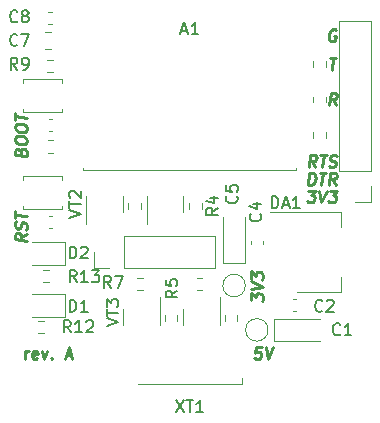
<source format=gto>
%TF.GenerationSoftware,KiCad,Pcbnew,(6.0.0)*%
%TF.CreationDate,2022-09-20T12:46:11+03:00*%
%TF.ProjectId,Haier_module,48616965-725f-46d6-9f64-756c652e6b69,rev?*%
%TF.SameCoordinates,Original*%
%TF.FileFunction,Legend,Top*%
%TF.FilePolarity,Positive*%
%FSLAX46Y46*%
G04 Gerber Fmt 4.6, Leading zero omitted, Abs format (unit mm)*
G04 Created by KiCad (PCBNEW (6.0.0)) date 2022-09-20 12:46:11*
%MOMM*%
%LPD*%
G01*
G04 APERTURE LIST*
%ADD10C,0.250000*%
%ADD11C,0.150000*%
%ADD12C,0.120000*%
G04 APERTURE END LIST*
D10*
X112131518Y-103702380D02*
X111857708Y-103226190D01*
X111560089Y-103702380D02*
X111685089Y-102702380D01*
X112066042Y-102702380D01*
X112155327Y-102750000D01*
X112196994Y-102797619D01*
X112232708Y-102892857D01*
X112214851Y-103035714D01*
X112155327Y-103130952D01*
X112101756Y-103178571D01*
X112000565Y-103226190D01*
X111619613Y-103226190D01*
X112542232Y-102702380D02*
X113113661Y-102702380D01*
X112702946Y-103702380D02*
X112827946Y-102702380D01*
X113280327Y-103654761D02*
X113417232Y-103702380D01*
X113655327Y-103702380D01*
X113756518Y-103654761D01*
X113810089Y-103607142D01*
X113869613Y-103511904D01*
X113881518Y-103416666D01*
X113845804Y-103321428D01*
X113804137Y-103273809D01*
X113714851Y-103226190D01*
X113530327Y-103178571D01*
X113441042Y-103130952D01*
X113399375Y-103083333D01*
X113363661Y-102988095D01*
X113375565Y-102892857D01*
X113435089Y-102797619D01*
X113488661Y-102750000D01*
X113589851Y-102702380D01*
X113827946Y-102702380D01*
X113964851Y-102750000D01*
X113886279Y-92100000D02*
X113796994Y-92052380D01*
X113654136Y-92052380D01*
X113505327Y-92100000D01*
X113398184Y-92195238D01*
X113338660Y-92290476D01*
X113267232Y-92480952D01*
X113249375Y-92623809D01*
X113273184Y-92814285D01*
X113308898Y-92909523D01*
X113392232Y-93004761D01*
X113529136Y-93052380D01*
X113624375Y-93052380D01*
X113773184Y-93004761D01*
X113826755Y-92957142D01*
X113868422Y-92623809D01*
X113677946Y-92623809D01*
X113869613Y-98452380D02*
X113595803Y-97976190D01*
X113298184Y-98452380D02*
X113423184Y-97452380D01*
X113804137Y-97452380D01*
X113893422Y-97500000D01*
X113935089Y-97547619D01*
X113970803Y-97642857D01*
X113952946Y-97785714D01*
X113893422Y-97880952D01*
X113839851Y-97928571D01*
X113738660Y-97976190D01*
X113357708Y-97976190D01*
X107589851Y-118952380D02*
X107113660Y-118952380D01*
X107006517Y-119428571D01*
X107060089Y-119380952D01*
X107161279Y-119333333D01*
X107399375Y-119333333D01*
X107488660Y-119380952D01*
X107530327Y-119428571D01*
X107566041Y-119523809D01*
X107536279Y-119761904D01*
X107476755Y-119857142D01*
X107423184Y-119904761D01*
X107321994Y-119952380D01*
X107083898Y-119952380D01*
X106994613Y-119904761D01*
X106952946Y-119857142D01*
X107923184Y-118952380D02*
X108131517Y-119952380D01*
X108589851Y-118952380D01*
X111512470Y-105202380D02*
X111637470Y-104202380D01*
X111875565Y-104202380D01*
X112012470Y-104250000D01*
X112095803Y-104345238D01*
X112131517Y-104440476D01*
X112155327Y-104630952D01*
X112137470Y-104773809D01*
X112066041Y-104964285D01*
X112006517Y-105059523D01*
X111899375Y-105154761D01*
X111750565Y-105202380D01*
X111512470Y-105202380D01*
X112494613Y-104202380D02*
X113066041Y-104202380D01*
X112655327Y-105202380D02*
X112780327Y-104202380D01*
X113845803Y-105202380D02*
X113571994Y-104726190D01*
X113274375Y-105202380D02*
X113399375Y-104202380D01*
X113780327Y-104202380D01*
X113869613Y-104250000D01*
X113911279Y-104297619D01*
X113946994Y-104392857D01*
X113929136Y-104535714D01*
X113869613Y-104630952D01*
X113816041Y-104678571D01*
X113714851Y-104726190D01*
X113333898Y-104726190D01*
X87178571Y-102386339D02*
X87226190Y-102249434D01*
X87273809Y-102207767D01*
X87369047Y-102172053D01*
X87511904Y-102189910D01*
X87607142Y-102249434D01*
X87654761Y-102303005D01*
X87702380Y-102404196D01*
X87702380Y-102785148D01*
X86702380Y-102660148D01*
X86702380Y-102326815D01*
X86750000Y-102237529D01*
X86797619Y-102195863D01*
X86892857Y-102160148D01*
X86988095Y-102172053D01*
X87083333Y-102231577D01*
X87130952Y-102285148D01*
X87178571Y-102386339D01*
X87178571Y-102719672D01*
X86702380Y-101469672D02*
X86702380Y-101279196D01*
X86750000Y-101189910D01*
X86845238Y-101106577D01*
X87035714Y-101082767D01*
X87369047Y-101124434D01*
X87559523Y-101195863D01*
X87654761Y-101303005D01*
X87702380Y-101404196D01*
X87702380Y-101594672D01*
X87654761Y-101683958D01*
X87559523Y-101767291D01*
X87369047Y-101791101D01*
X87035714Y-101749434D01*
X86845238Y-101678005D01*
X86750000Y-101570863D01*
X86702380Y-101469672D01*
X86702380Y-100422053D02*
X86702380Y-100231577D01*
X86750000Y-100142291D01*
X86845238Y-100058958D01*
X87035714Y-100035148D01*
X87369047Y-100076815D01*
X87559523Y-100148244D01*
X87654761Y-100255386D01*
X87702380Y-100356577D01*
X87702380Y-100547053D01*
X87654761Y-100636339D01*
X87559523Y-100719672D01*
X87369047Y-100743482D01*
X87035714Y-100701815D01*
X86845238Y-100630386D01*
X86750000Y-100523244D01*
X86702380Y-100422053D01*
X86702380Y-99707767D02*
X86702380Y-99136339D01*
X87702380Y-99547053D02*
X86702380Y-99422053D01*
X106702380Y-114957767D02*
X106702380Y-114338720D01*
X107083333Y-114719672D01*
X107083333Y-114576815D01*
X107130952Y-114487529D01*
X107178571Y-114445863D01*
X107273809Y-114410148D01*
X107511904Y-114439910D01*
X107607142Y-114499434D01*
X107654761Y-114553005D01*
X107702380Y-114654196D01*
X107702380Y-114939910D01*
X107654761Y-115029196D01*
X107607142Y-115070863D01*
X106702380Y-114053005D02*
X107702380Y-113844672D01*
X106702380Y-113386339D01*
X106702380Y-113148244D02*
X106702380Y-112529196D01*
X107083333Y-112910148D01*
X107083333Y-112767291D01*
X107130952Y-112678005D01*
X107178571Y-112636339D01*
X107273809Y-112600625D01*
X107511904Y-112630386D01*
X107607142Y-112689910D01*
X107654761Y-112743482D01*
X107702380Y-112844672D01*
X107702380Y-113130386D01*
X107654761Y-113219672D01*
X107607142Y-113261339D01*
X113344613Y-94452380D02*
X113916041Y-94452380D01*
X113505327Y-95452380D02*
X113630327Y-94452380D01*
X111542232Y-105702380D02*
X112161279Y-105702380D01*
X111780327Y-106083333D01*
X111923184Y-106083333D01*
X112012470Y-106130952D01*
X112054136Y-106178571D01*
X112089851Y-106273809D01*
X112060089Y-106511904D01*
X112000565Y-106607142D01*
X111946994Y-106654761D01*
X111845803Y-106702380D01*
X111560089Y-106702380D01*
X111470803Y-106654761D01*
X111429136Y-106607142D01*
X112446994Y-105702380D02*
X112655327Y-106702380D01*
X113113660Y-105702380D01*
X113351755Y-105702380D02*
X113970803Y-105702380D01*
X113589851Y-106083333D01*
X113732708Y-106083333D01*
X113821994Y-106130952D01*
X113863660Y-106178571D01*
X113899375Y-106273809D01*
X113869613Y-106511904D01*
X113810089Y-106607142D01*
X113756517Y-106654761D01*
X113655327Y-106702380D01*
X113369613Y-106702380D01*
X113280327Y-106654761D01*
X113238660Y-106607142D01*
X87571428Y-119952380D02*
X87571428Y-119285714D01*
X87571428Y-119476190D02*
X87619047Y-119380952D01*
X87666666Y-119333333D01*
X87761904Y-119285714D01*
X87857142Y-119285714D01*
X88571428Y-119904761D02*
X88476190Y-119952380D01*
X88285714Y-119952380D01*
X88190476Y-119904761D01*
X88142857Y-119809523D01*
X88142857Y-119428571D01*
X88190476Y-119333333D01*
X88285714Y-119285714D01*
X88476190Y-119285714D01*
X88571428Y-119333333D01*
X88619047Y-119428571D01*
X88619047Y-119523809D01*
X88142857Y-119619047D01*
X88952380Y-119285714D02*
X89190476Y-119952380D01*
X89428571Y-119285714D01*
X89809523Y-119857142D02*
X89857142Y-119904761D01*
X89809523Y-119952380D01*
X89761904Y-119904761D01*
X89809523Y-119857142D01*
X89809523Y-119952380D01*
X91000000Y-119666666D02*
X91476190Y-119666666D01*
X90904761Y-119952380D02*
X91238095Y-118952380D01*
X91571428Y-119952380D01*
X87702380Y-109392291D02*
X87226190Y-109666101D01*
X87702380Y-109963720D02*
X86702380Y-109838720D01*
X86702380Y-109457767D01*
X86750000Y-109368482D01*
X86797619Y-109326815D01*
X86892857Y-109291101D01*
X87035714Y-109308958D01*
X87130952Y-109368482D01*
X87178571Y-109422053D01*
X87226190Y-109523244D01*
X87226190Y-109904196D01*
X87654761Y-109005386D02*
X87702380Y-108868482D01*
X87702380Y-108630386D01*
X87654761Y-108529196D01*
X87607142Y-108475625D01*
X87511904Y-108416101D01*
X87416666Y-108404196D01*
X87321428Y-108439910D01*
X87273809Y-108481577D01*
X87226190Y-108570863D01*
X87178571Y-108755386D01*
X87130952Y-108844672D01*
X87083333Y-108886339D01*
X86988095Y-108922053D01*
X86892857Y-108910148D01*
X86797619Y-108850625D01*
X86750000Y-108797053D01*
X86702380Y-108695863D01*
X86702380Y-108457767D01*
X86750000Y-108320863D01*
X86702380Y-108029196D02*
X86702380Y-107457767D01*
X87702380Y-107868482D02*
X86702380Y-107743482D01*
D11*
%TO.C,C7*%
X86896933Y-93357142D02*
X86849314Y-93404761D01*
X86706457Y-93452380D01*
X86611219Y-93452380D01*
X86468361Y-93404761D01*
X86373123Y-93309523D01*
X86325504Y-93214285D01*
X86277885Y-93023809D01*
X86277885Y-92880952D01*
X86325504Y-92690476D01*
X86373123Y-92595238D01*
X86468361Y-92500000D01*
X86611219Y-92452380D01*
X86706457Y-92452380D01*
X86849314Y-92500000D01*
X86896933Y-92547619D01*
X87230266Y-92452380D02*
X87896933Y-92452380D01*
X87468361Y-93452380D01*
%TO.C,R12*%
X91420742Y-117702380D02*
X91087409Y-117226190D01*
X90849314Y-117702380D02*
X90849314Y-116702380D01*
X91230266Y-116702380D01*
X91325504Y-116750000D01*
X91373123Y-116797619D01*
X91420742Y-116892857D01*
X91420742Y-117035714D01*
X91373123Y-117130952D01*
X91325504Y-117178571D01*
X91230266Y-117226190D01*
X90849314Y-117226190D01*
X92373123Y-117702380D02*
X91801695Y-117702380D01*
X92087409Y-117702380D02*
X92087409Y-116702380D01*
X91992171Y-116845238D01*
X91896933Y-116940476D01*
X91801695Y-116988095D01*
X92754076Y-116797619D02*
X92801695Y-116750000D01*
X92896933Y-116702380D01*
X93135028Y-116702380D01*
X93230266Y-116750000D01*
X93277885Y-116797619D01*
X93325504Y-116892857D01*
X93325504Y-116988095D01*
X93277885Y-117130952D01*
X92706457Y-117702380D01*
X93325504Y-117702380D01*
%TO.C,R4*%
X103882380Y-107166666D02*
X103406190Y-107500000D01*
X103882380Y-107738095D02*
X102882380Y-107738095D01*
X102882380Y-107357142D01*
X102930000Y-107261904D01*
X102977619Y-107214285D01*
X103072857Y-107166666D01*
X103215714Y-107166666D01*
X103310952Y-107214285D01*
X103358571Y-107261904D01*
X103406190Y-107357142D01*
X103406190Y-107738095D01*
X103215714Y-106309523D02*
X103882380Y-106309523D01*
X102834761Y-106547619D02*
X103549047Y-106785714D01*
X103549047Y-106166666D01*
%TO.C,XT1*%
X100309523Y-123452380D02*
X100976190Y-124452380D01*
X100976190Y-123452380D02*
X100309523Y-124452380D01*
X101214285Y-123452380D02*
X101785714Y-123452380D01*
X101500000Y-124452380D02*
X101500000Y-123452380D01*
X102642857Y-124452380D02*
X102071428Y-124452380D01*
X102357142Y-124452380D02*
X102357142Y-123452380D01*
X102261904Y-123595238D01*
X102166666Y-123690476D01*
X102071428Y-123738095D01*
%TO.C,C1*%
X114233333Y-117857142D02*
X114185714Y-117904761D01*
X114042857Y-117952380D01*
X113947619Y-117952380D01*
X113804761Y-117904761D01*
X113709523Y-117809523D01*
X113661904Y-117714285D01*
X113614285Y-117523809D01*
X113614285Y-117380952D01*
X113661904Y-117190476D01*
X113709523Y-117095238D01*
X113804761Y-117000000D01*
X113947619Y-116952380D01*
X114042857Y-116952380D01*
X114185714Y-117000000D01*
X114233333Y-117047619D01*
X115185714Y-117952380D02*
X114614285Y-117952380D01*
X114900000Y-117952380D02*
X114900000Y-116952380D01*
X114804761Y-117095238D01*
X114709523Y-117190476D01*
X114614285Y-117238095D01*
%TO.C,R9*%
X86896933Y-95452380D02*
X86563600Y-94976190D01*
X86325504Y-95452380D02*
X86325504Y-94452380D01*
X86706457Y-94452380D01*
X86801695Y-94500000D01*
X86849314Y-94547619D01*
X86896933Y-94642857D01*
X86896933Y-94785714D01*
X86849314Y-94880952D01*
X86801695Y-94928571D01*
X86706457Y-94976190D01*
X86325504Y-94976190D01*
X87373123Y-95452380D02*
X87563600Y-95452380D01*
X87658838Y-95404761D01*
X87706457Y-95357142D01*
X87801695Y-95214285D01*
X87849314Y-95023809D01*
X87849314Y-94642857D01*
X87801695Y-94547619D01*
X87754076Y-94500000D01*
X87658838Y-94452380D01*
X87468361Y-94452380D01*
X87373123Y-94500000D01*
X87325504Y-94547619D01*
X87277885Y-94642857D01*
X87277885Y-94880952D01*
X87325504Y-94976190D01*
X87373123Y-95023809D01*
X87468361Y-95071428D01*
X87658838Y-95071428D01*
X87754076Y-95023809D01*
X87801695Y-94976190D01*
X87849314Y-94880952D01*
%TO.C,DA1*%
X108440440Y-107202380D02*
X108440440Y-106202380D01*
X108678535Y-106202380D01*
X108821392Y-106250000D01*
X108916630Y-106345238D01*
X108964249Y-106440476D01*
X109011868Y-106630952D01*
X109011868Y-106773809D01*
X108964249Y-106964285D01*
X108916630Y-107059523D01*
X108821392Y-107154761D01*
X108678535Y-107202380D01*
X108440440Y-107202380D01*
X109392821Y-106916666D02*
X109869011Y-106916666D01*
X109297583Y-107202380D02*
X109630916Y-106202380D01*
X109964249Y-107202380D01*
X110821392Y-107202380D02*
X110249964Y-107202380D01*
X110535678Y-107202380D02*
X110535678Y-106202380D01*
X110440440Y-106345238D01*
X110345202Y-106440476D01*
X110249964Y-106488095D01*
%TO.C,D1*%
X91325504Y-115952380D02*
X91325504Y-114952380D01*
X91563600Y-114952380D01*
X91706457Y-115000000D01*
X91801695Y-115095238D01*
X91849314Y-115190476D01*
X91896933Y-115380952D01*
X91896933Y-115523809D01*
X91849314Y-115714285D01*
X91801695Y-115809523D01*
X91706457Y-115904761D01*
X91563600Y-115952380D01*
X91325504Y-115952380D01*
X92849314Y-115952380D02*
X92277885Y-115952380D01*
X92563600Y-115952380D02*
X92563600Y-114952380D01*
X92468361Y-115095238D01*
X92373123Y-115190476D01*
X92277885Y-115238095D01*
%TO.C,A1*%
X100810714Y-92166666D02*
X101286904Y-92166666D01*
X100715476Y-92452380D02*
X101048809Y-91452380D01*
X101382142Y-92452380D01*
X102239285Y-92452380D02*
X101667857Y-92452380D01*
X101953571Y-92452380D02*
X101953571Y-91452380D01*
X101858333Y-91595238D01*
X101763095Y-91690476D01*
X101667857Y-91738095D01*
%TO.C,R5*%
X100452380Y-114166666D02*
X99976190Y-114500000D01*
X100452380Y-114738095D02*
X99452380Y-114738095D01*
X99452380Y-114357142D01*
X99500000Y-114261904D01*
X99547619Y-114214285D01*
X99642857Y-114166666D01*
X99785714Y-114166666D01*
X99880952Y-114214285D01*
X99928571Y-114261904D01*
X99976190Y-114357142D01*
X99976190Y-114738095D01*
X99452380Y-113261904D02*
X99452380Y-113738095D01*
X99928571Y-113785714D01*
X99880952Y-113738095D01*
X99833333Y-113642857D01*
X99833333Y-113404761D01*
X99880952Y-113309523D01*
X99928571Y-113261904D01*
X100023809Y-113214285D01*
X100261904Y-113214285D01*
X100357142Y-113261904D01*
X100404761Y-113309523D01*
X100452380Y-113404761D01*
X100452380Y-113642857D01*
X100404761Y-113738095D01*
X100357142Y-113785714D01*
%TO.C,C8*%
X86896933Y-91357142D02*
X86849314Y-91404761D01*
X86706457Y-91452380D01*
X86611219Y-91452380D01*
X86468361Y-91404761D01*
X86373123Y-91309523D01*
X86325504Y-91214285D01*
X86277885Y-91023809D01*
X86277885Y-90880952D01*
X86325504Y-90690476D01*
X86373123Y-90595238D01*
X86468361Y-90500000D01*
X86611219Y-90452380D01*
X86706457Y-90452380D01*
X86849314Y-90500000D01*
X86896933Y-90547619D01*
X87468361Y-90880952D02*
X87373123Y-90833333D01*
X87325504Y-90785714D01*
X87277885Y-90690476D01*
X87277885Y-90642857D01*
X87325504Y-90547619D01*
X87373123Y-90500000D01*
X87468361Y-90452380D01*
X87658838Y-90452380D01*
X87754076Y-90500000D01*
X87801695Y-90547619D01*
X87849314Y-90642857D01*
X87849314Y-90690476D01*
X87801695Y-90785714D01*
X87754076Y-90833333D01*
X87658838Y-90880952D01*
X87468361Y-90880952D01*
X87373123Y-90928571D01*
X87325504Y-90976190D01*
X87277885Y-91071428D01*
X87277885Y-91261904D01*
X87325504Y-91357142D01*
X87373123Y-91404761D01*
X87468361Y-91452380D01*
X87658838Y-91452380D01*
X87754076Y-91404761D01*
X87801695Y-91357142D01*
X87849314Y-91261904D01*
X87849314Y-91071428D01*
X87801695Y-90976190D01*
X87754076Y-90928571D01*
X87658838Y-90880952D01*
%TO.C,R13*%
X91920742Y-113452380D02*
X91587409Y-112976190D01*
X91349314Y-113452380D02*
X91349314Y-112452380D01*
X91730266Y-112452380D01*
X91825504Y-112500000D01*
X91873123Y-112547619D01*
X91920742Y-112642857D01*
X91920742Y-112785714D01*
X91873123Y-112880952D01*
X91825504Y-112928571D01*
X91730266Y-112976190D01*
X91349314Y-112976190D01*
X92873123Y-113452380D02*
X92301695Y-113452380D01*
X92587409Y-113452380D02*
X92587409Y-112452380D01*
X92492171Y-112595238D01*
X92396933Y-112690476D01*
X92301695Y-112738095D01*
X93206457Y-112452380D02*
X93825504Y-112452380D01*
X93492171Y-112833333D01*
X93635028Y-112833333D01*
X93730266Y-112880952D01*
X93777885Y-112928571D01*
X93825504Y-113023809D01*
X93825504Y-113261904D01*
X93777885Y-113357142D01*
X93730266Y-113404761D01*
X93635028Y-113452380D01*
X93349314Y-113452380D01*
X93254076Y-113404761D01*
X93206457Y-113357142D01*
%TO.C,R7*%
X94833333Y-113952380D02*
X94500000Y-113476190D01*
X94261904Y-113952380D02*
X94261904Y-112952380D01*
X94642857Y-112952380D01*
X94738095Y-113000000D01*
X94785714Y-113047619D01*
X94833333Y-113142857D01*
X94833333Y-113285714D01*
X94785714Y-113380952D01*
X94738095Y-113428571D01*
X94642857Y-113476190D01*
X94261904Y-113476190D01*
X95166666Y-112952380D02*
X95833333Y-112952380D01*
X95404761Y-113952380D01*
%TO.C,D2*%
X91325504Y-111452380D02*
X91325504Y-110452380D01*
X91563600Y-110452380D01*
X91706457Y-110500000D01*
X91801695Y-110595238D01*
X91849314Y-110690476D01*
X91896933Y-110880952D01*
X91896933Y-111023809D01*
X91849314Y-111214285D01*
X91801695Y-111309523D01*
X91706457Y-111404761D01*
X91563600Y-111452380D01*
X91325504Y-111452380D01*
X92277885Y-110547619D02*
X92325504Y-110500000D01*
X92420742Y-110452380D01*
X92658838Y-110452380D01*
X92754076Y-110500000D01*
X92801695Y-110547619D01*
X92849314Y-110642857D01*
X92849314Y-110738095D01*
X92801695Y-110880952D01*
X92230266Y-111452380D01*
X92849314Y-111452380D01*
%TO.C,C4*%
X107464249Y-107666666D02*
X107511868Y-107714285D01*
X107559487Y-107857142D01*
X107559487Y-107952380D01*
X107511868Y-108095238D01*
X107416630Y-108190476D01*
X107321392Y-108238095D01*
X107130916Y-108285714D01*
X106988059Y-108285714D01*
X106797583Y-108238095D01*
X106702345Y-108190476D01*
X106607107Y-108095238D01*
X106559487Y-107952380D01*
X106559487Y-107857142D01*
X106607107Y-107714285D01*
X106654726Y-107666666D01*
X106892821Y-106809523D02*
X107559487Y-106809523D01*
X106511868Y-107047619D02*
X107226154Y-107285714D01*
X107226154Y-106666666D01*
%TO.C,VT3*%
X94452380Y-117190476D02*
X95452380Y-116857142D01*
X94452380Y-116523809D01*
X94452380Y-116333333D02*
X94452380Y-115761904D01*
X95452380Y-116047619D02*
X94452380Y-116047619D01*
X94452380Y-115523809D02*
X94452380Y-114904761D01*
X94833333Y-115238095D01*
X94833333Y-115095238D01*
X94880952Y-115000000D01*
X94928571Y-114952380D01*
X95023809Y-114904761D01*
X95261904Y-114904761D01*
X95357142Y-114952380D01*
X95404761Y-115000000D01*
X95452380Y-115095238D01*
X95452380Y-115380952D01*
X95404761Y-115476190D01*
X95357142Y-115523809D01*
%TO.C,C5*%
X105464249Y-106166666D02*
X105511868Y-106214285D01*
X105559487Y-106357142D01*
X105559487Y-106452380D01*
X105511868Y-106595238D01*
X105416630Y-106690476D01*
X105321392Y-106738095D01*
X105130916Y-106785714D01*
X104988059Y-106785714D01*
X104797583Y-106738095D01*
X104702345Y-106690476D01*
X104607107Y-106595238D01*
X104559487Y-106452380D01*
X104559487Y-106357142D01*
X104607107Y-106214285D01*
X104654726Y-106166666D01*
X104559487Y-105261904D02*
X104559487Y-105738095D01*
X105035678Y-105785714D01*
X104988059Y-105738095D01*
X104940440Y-105642857D01*
X104940440Y-105404761D01*
X104988059Y-105309523D01*
X105035678Y-105261904D01*
X105130916Y-105214285D01*
X105369011Y-105214285D01*
X105464249Y-105261904D01*
X105511868Y-105309523D01*
X105559487Y-105404761D01*
X105559487Y-105642857D01*
X105511868Y-105738095D01*
X105464249Y-105785714D01*
%TO.C,VT2*%
X91302380Y-108015476D02*
X92302380Y-107682142D01*
X91302380Y-107348809D01*
X91302380Y-107158333D02*
X91302380Y-106586904D01*
X92302380Y-106872619D02*
X91302380Y-106872619D01*
X91397619Y-106301190D02*
X91350000Y-106253571D01*
X91302380Y-106158333D01*
X91302380Y-105920238D01*
X91350000Y-105825000D01*
X91397619Y-105777380D01*
X91492857Y-105729761D01*
X91588095Y-105729761D01*
X91730952Y-105777380D01*
X92302380Y-106348809D01*
X92302380Y-105729761D01*
%TO.C,C2*%
X112733333Y-115857142D02*
X112685714Y-115904761D01*
X112542857Y-115952380D01*
X112447619Y-115952380D01*
X112304761Y-115904761D01*
X112209523Y-115809523D01*
X112161904Y-115714285D01*
X112114285Y-115523809D01*
X112114285Y-115380952D01*
X112161904Y-115190476D01*
X112209523Y-115095238D01*
X112304761Y-115000000D01*
X112447619Y-114952380D01*
X112542857Y-114952380D01*
X112685714Y-115000000D01*
X112733333Y-115047619D01*
X113114285Y-115047619D02*
X113161904Y-115000000D01*
X113257142Y-114952380D01*
X113495238Y-114952380D01*
X113590476Y-115000000D01*
X113638095Y-115047619D01*
X113685714Y-115142857D01*
X113685714Y-115238095D01*
X113638095Y-115380952D01*
X113066666Y-115952380D01*
X113685714Y-115952380D01*
D12*
%TO.C,C7*%
X89749852Y-93735000D02*
X89227348Y-93735000D01*
X89749852Y-92265000D02*
X89227348Y-92265000D01*
%TO.C,TP2*%
X106200000Y-113750000D02*
G75*
G03*
X106200000Y-113750000I-950000J0D01*
G01*
%TO.C,C3*%
X89879180Y-107890000D02*
X89598020Y-107890000D01*
X89879180Y-108910000D02*
X89598020Y-108910000D01*
%TO.C,R12*%
X89150858Y-116727500D02*
X88676342Y-116727500D01*
X89150858Y-117772500D02*
X88676342Y-117772500D01*
%TO.C,PB2*%
X90650000Y-96275000D02*
X87350000Y-96275000D01*
X90650000Y-98775000D02*
X90650000Y-99075000D01*
X90650000Y-99075000D02*
X87350000Y-99075000D01*
X87350000Y-96275000D02*
X87350000Y-96575000D01*
X90650000Y-96575000D02*
X90650000Y-96275000D01*
X87350000Y-99075000D02*
X87350000Y-98775000D01*
%TO.C,R4*%
X101477500Y-106762742D02*
X101477500Y-107237258D01*
X102522500Y-106762742D02*
X102522500Y-107237258D01*
%TO.C,XT1*%
X105900000Y-122100000D02*
X97100000Y-122100000D01*
X105900000Y-122100000D02*
X105900000Y-121550000D01*
%TO.C,C1*%
X112525000Y-116565000D02*
X108615000Y-116565000D01*
X108615000Y-118435000D02*
X112525000Y-118435000D01*
X108615000Y-116565000D02*
X108615000Y-118435000D01*
%TO.C,R2*%
X111977500Y-101237258D02*
X111977500Y-100762742D01*
X113022500Y-101237258D02*
X113022500Y-100762742D01*
%TO.C,R9*%
X89900858Y-94652500D02*
X89426342Y-94652500D01*
X89900858Y-95697500D02*
X89426342Y-95697500D01*
%TO.C,C6*%
X89573020Y-100660000D02*
X89854180Y-100660000D01*
X89573020Y-99640000D02*
X89854180Y-99640000D01*
%TO.C,R10*%
X111977500Y-94762742D02*
X111977500Y-95237258D01*
X113022500Y-94762742D02*
X113022500Y-95237258D01*
%TO.C,PB1*%
X90650000Y-104775000D02*
X90650000Y-104475000D01*
X87350000Y-104475000D02*
X87350000Y-104775000D01*
X87350000Y-107275000D02*
X87350000Y-106975000D01*
X90650000Y-106975000D02*
X90650000Y-107275000D01*
X90650000Y-104475000D02*
X87350000Y-104475000D01*
X90650000Y-107275000D02*
X87350000Y-107275000D01*
%TO.C,DA1*%
X110585907Y-114310000D02*
X114345907Y-114310000D01*
X114345907Y-107490000D02*
X114345907Y-108750000D01*
X114345907Y-114310000D02*
X114345907Y-113050000D01*
X108335907Y-107490000D02*
X114345907Y-107490000D01*
%TO.C,R3*%
X96302500Y-106762742D02*
X96302500Y-107237258D01*
X97347500Y-106762742D02*
X97347500Y-107237258D01*
%TO.C,R8*%
X102562258Y-114147500D02*
X102087742Y-114147500D01*
X102562258Y-113102500D02*
X102087742Y-113102500D01*
%TO.C,D1*%
X90974400Y-114457600D02*
X88114400Y-114457600D01*
X90974400Y-116377600D02*
X90974400Y-114457600D01*
X88114400Y-116377600D02*
X90974400Y-116377600D01*
%TO.C,R6*%
X104477500Y-116262742D02*
X104477500Y-116737258D01*
X105522500Y-116262742D02*
X105522500Y-116737258D01*
%TO.C,R11*%
X89950858Y-102497500D02*
X89476342Y-102497500D01*
X89950858Y-101452500D02*
X89476342Y-101452500D01*
%TO.C,XT2*%
X116830000Y-104080000D02*
X116830000Y-91320000D01*
X116830000Y-105350000D02*
X116830000Y-106680000D01*
X116830000Y-104080000D02*
X114170000Y-104080000D01*
X116830000Y-106680000D02*
X115500000Y-106680000D01*
X116830000Y-91320000D02*
X114170000Y-91320000D01*
X114170000Y-104080000D02*
X114170000Y-91320000D01*
%TO.C,A1*%
X110500000Y-104000000D02*
X92500000Y-104000000D01*
X92500000Y-104000000D02*
X92500000Y-103750000D01*
X110500000Y-103750000D02*
X110500000Y-104000000D01*
%TO.C,R5*%
X100462500Y-116262742D02*
X100462500Y-116737258D01*
X99417500Y-116262742D02*
X99417500Y-116737258D01*
%TO.C,VT1*%
X97840000Y-106825000D02*
X97840000Y-106175000D01*
X100960000Y-106825000D02*
X100960000Y-107475000D01*
X97840000Y-106825000D02*
X97840000Y-108500000D01*
X100960000Y-106825000D02*
X100960000Y-106175000D01*
%TO.C,C8*%
X89804180Y-91610000D02*
X89523020Y-91610000D01*
X89804180Y-90590000D02*
X89523020Y-90590000D01*
%TO.C,R13*%
X89550858Y-112405900D02*
X89076342Y-112405900D01*
X89550858Y-113450900D02*
X89076342Y-113450900D01*
%TO.C,R7*%
X97512258Y-114147500D02*
X97037742Y-114147500D01*
X97512258Y-113102500D02*
X97037742Y-113102500D01*
%TO.C,D2*%
X90974400Y-112008800D02*
X90974400Y-110088800D01*
X88114400Y-112008800D02*
X90974400Y-112008800D01*
X90974400Y-110088800D02*
X88114400Y-110088800D01*
%TO.C,C4*%
X106647107Y-110265580D02*
X106647107Y-109984420D01*
X107667107Y-110265580D02*
X107667107Y-109984420D01*
%TO.C,VT4*%
X104020000Y-116400000D02*
X104020000Y-117050000D01*
X104020000Y-116400000D02*
X104020000Y-114725000D01*
X100900000Y-116400000D02*
X100900000Y-115750000D01*
X100900000Y-116400000D02*
X100900000Y-117050000D01*
%TO.C,XT3*%
X93370000Y-112230000D02*
X93370000Y-110900000D01*
X94700000Y-112230000D02*
X93370000Y-112230000D01*
X95970000Y-112230000D02*
X103650000Y-112230000D01*
X95970000Y-109570000D02*
X103650000Y-109570000D01*
X95970000Y-112230000D02*
X95970000Y-109570000D01*
X103650000Y-112230000D02*
X103650000Y-109570000D01*
%TO.C,TP1*%
X108125000Y-117500000D02*
G75*
G03*
X108125000Y-117500000I-950000J0D01*
G01*
%TO.C,R1*%
X113022500Y-98237258D02*
X113022500Y-97762742D01*
X111977500Y-98237258D02*
X111977500Y-97762742D01*
%TO.C,VT3*%
X98960000Y-116400000D02*
X98960000Y-114725000D01*
X95840000Y-116400000D02*
X95840000Y-117050000D01*
X95840000Y-116400000D02*
X95840000Y-115750000D01*
X98960000Y-116400000D02*
X98960000Y-117050000D01*
%TO.C,C5*%
X104322107Y-111860000D02*
X106192107Y-111860000D01*
X104322107Y-107950000D02*
X104322107Y-111860000D01*
X106192107Y-111860000D02*
X106192107Y-107950000D01*
%TO.C,VT2*%
X92690000Y-106825000D02*
X92690000Y-106175000D01*
X95810000Y-106825000D02*
X95810000Y-107475000D01*
X95810000Y-106825000D02*
X95810000Y-106175000D01*
X92690000Y-106825000D02*
X92690000Y-108500000D01*
%TO.C,C2*%
X110209420Y-115927200D02*
X110490580Y-115927200D01*
X110209420Y-114907200D02*
X110490580Y-114907200D01*
%TD*%
M02*

</source>
